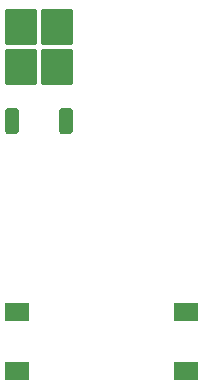
<source format=gbr>
%TF.GenerationSoftware,KiCad,Pcbnew,9.0.0*%
%TF.CreationDate,2025-10-22T11:07:00-07:00*%
%TF.ProjectId,sstv-backpack-v1.0.1,73737476-2d62-4616-936b-7061636b2d76,1.0*%
%TF.SameCoordinates,Original*%
%TF.FileFunction,Paste,Top*%
%TF.FilePolarity,Positive*%
%FSLAX46Y46*%
G04 Gerber Fmt 4.6, Leading zero omitted, Abs format (unit mm)*
G04 Created by KiCad (PCBNEW 9.0.0) date 2025-10-22 11:07:00*
%MOMM*%
%LPD*%
G01*
G04 APERTURE LIST*
G04 Aperture macros list*
%AMRoundRect*
0 Rectangle with rounded corners*
0 $1 Rounding radius*
0 $2 $3 $4 $5 $6 $7 $8 $9 X,Y pos of 4 corners*
0 Add a 4 corners polygon primitive as box body*
4,1,4,$2,$3,$4,$5,$6,$7,$8,$9,$2,$3,0*
0 Add four circle primitives for the rounded corners*
1,1,$1+$1,$2,$3*
1,1,$1+$1,$4,$5*
1,1,$1+$1,$6,$7*
1,1,$1+$1,$8,$9*
0 Add four rect primitives between the rounded corners*
20,1,$1+$1,$2,$3,$4,$5,0*
20,1,$1+$1,$4,$5,$6,$7,0*
20,1,$1+$1,$6,$7,$8,$9,0*
20,1,$1+$1,$8,$9,$2,$3,0*%
G04 Aperture macros list end*
%ADD10RoundRect,0.250000X0.350000X-0.850000X0.350000X0.850000X-0.350000X0.850000X-0.350000X-0.850000X0*%
%ADD11RoundRect,0.250000X1.125000X-1.275000X1.125000X1.275000X-1.125000X1.275000X-1.125000X-1.275000X0*%
%ADD12R,2.000000X1.500000*%
G04 APERTURE END LIST*
D10*
%TO.C,VR1*%
X156470000Y-95210000D03*
D11*
X157225000Y-90585000D03*
X160275000Y-90585000D03*
X157225000Y-87235000D03*
X160275000Y-87235000D03*
D10*
X161030000Y-95210000D03*
%TD*%
D12*
%TO.C,SW1*%
X156896000Y-111332000D03*
X171196000Y-111332000D03*
X156896000Y-116332000D03*
X171196000Y-116332000D03*
%TD*%
M02*

</source>
